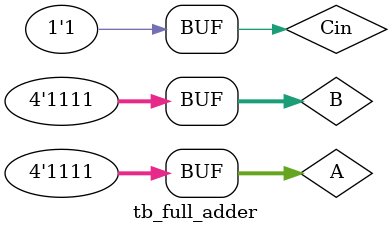
<source format=v>
module tb_full_adder();
    
    initial begin
        $dumpfile("tb_full_adder.vcd");
        $dumpvars(0, full_adder_4bit);
    end
    reg [3:0] A;
    reg [3:0] B;
    reg Cin;
    wire [3:0] S;
    wire Cout;
    full_adder_4bit full_adder_4bit (.A(A), .B(B), .Cin(Cin), .S(S), .Cout(Cout));
    initial begin
        A = 4'b0000; B = 4'b0000; Cin = 0;
        #10 A = 4'b0001; B = 4'b0001; Cin = 0;
        #10 A = 4'b0010; B = 4'b0010; Cin = 0;
        #10 A = 4'b0011; B = 4'b0011; Cin = 0;
        #10 A = 4'b0100; B = 4'b0100; Cin = 0;
        #10 A = 4'b0101; B = 4'b0101; Cin = 0;
        #10 A = 4'b0110; B = 4'b0110; Cin = 0;
        #10 A = 4'b0111; B = 4'b0111; Cin = 0;
        #10 A = 4'b1000; B = 4'b1000; Cin = 0;
        #10 A = 4'b1001; B = 4'b1001; Cin = 0;
        #10 A = 4'b1010; B = 4'b1010; Cin = 0;
        #10 A = 4'b1011; B = 4'b1011; Cin = 0;
        #10 A = 4'b1100; B = 4'b1100; Cin = 0;
        #10 A = 4'b1101; B = 4'b1101; Cin = 0;
        #10 A = 4'b1110; B = 4'b1110; Cin = 0;
        #10 A = 4'b1111; B = 4'b1111;   Cin = 0;
        #10 A = 4'b1111; B = 4'b1111;   Cin = 1;
    end
    
endmodule
</source>
